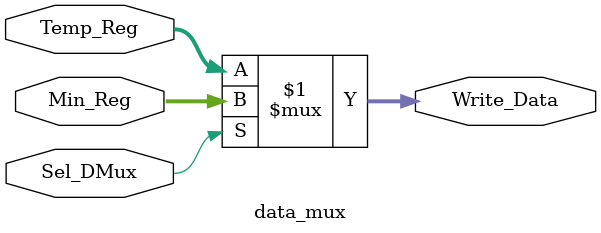
<source format=sv>
module data_mux (
  input   logic [15:0]  Min_Reg,
  input   logic [15:0]  Temp_Reg,
  input   logic         Sel_DMux,
  output  logic [15:0]  Write_Data
);

assign Write_Data = Sel_DMux ? Min_Reg : Temp_Reg;

endmodule
</source>
